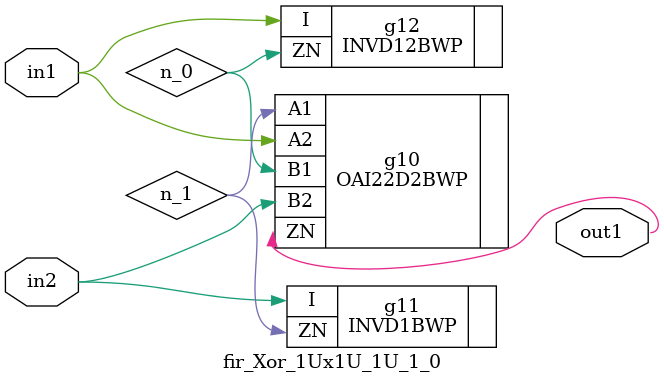
<source format=v>
`timescale 1ps / 1ps


module fir_Xor_1Ux1U_1U_1_0(in2, in1, out1);
  input in2, in1;
  output out1;
  wire in2, in1;
  wire out1;
  wire n_0, n_1;
  OAI22D2BWP g10(.A1 (n_1), .A2 (in1), .B1 (n_0), .B2 (in2), .ZN
       (out1));
  INVD1BWP g11(.I (in2), .ZN (n_1));
  INVD12BWP g12(.I (in1), .ZN (n_0));
endmodule



</source>
